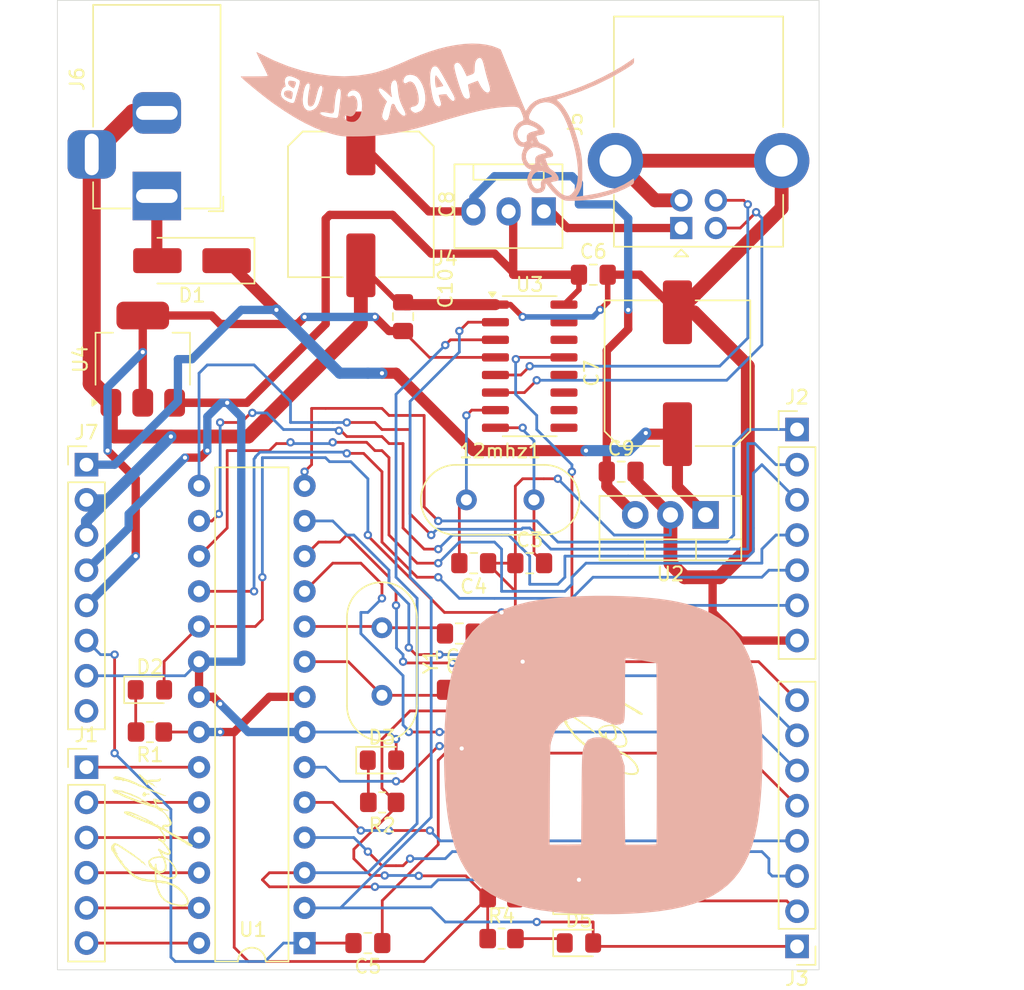
<source format=kicad_pcb>
(kicad_pcb (version 20240108) (generator "pcbnew") (generator_version "8.0")
  (layers (0 "F.Cu" signal) (31 "B.Cu" signal) (34 "B.Paste" user) (35 "F.Paste" user) (36 "B.SilkS" user "B.Silkscreen") (37 "F.SilkS" user "F.Silkscreen") (38 "B.Mask" user) (39 "F.Mask" user) (44 "Edge.Cuts" user))
  (net 0 "")
  (net 1 "Net-(U1-XTAL1{slash}PB6)")
  (net 2 "GND")
  (net 3 "Net-(U1-XTAL2{slash}PB7)")
  (net 4 "Net-(U3-XO)")
  (net 5 "Net-(U3-XI)")
  (net 6 "RST")
  (net 7 "Net-(U3-~{DTR})")
  (net 8 "VCC")
  (net 9 "VIN")
  (net 10 "5V")
  (net 11 "3.3V")
  (net 12 "Net-(D1-A)")
  (net 13 "D13")
  (net 14 "Net-(D2-K)")
  (net 15 "Net-(D3-K)")
  (net 16 "Net-(D4-K)")
  (net 17 "TXD")
  (net 18 "RXD")
  (net 19 "Net-(D5-K)")
  (net 20 "5VU")
  (net 21 "A5")
  (net 22 "A4")
  (net 23 "A1")
  (net 24 "A2")
  (net 25 "A0")
  (net 26 "A3")
  (net 27 "D8")
  (net 28 "D12")
  (net 29 "D9")
  (net 30 "D11")
  (net 31 "D10")
  (net 32 "D2")
  (net 33 "D6")
  (net 34 "D5")
  (net 35 "D7")
  (net 36 "D4")
  (net 37 "D3")
  (net 38 "Net-(J5-D-)")
  (net 39 "Net-(J5-D+)")
  (footprint "Connector_PinHeader_2.54mm:PinHeader_1x08_P2.54mm_Vertical" (layer "F.Cu") (at 17.93 81.463)
    (property "Reference" "J7")
    (property "Value" "Conn_01x08_Pin")
  )
  (footprint "LED_SMD:LED_0805_2012Metric_Pad1.15x1.40mm_HandSolder" (layer "F.Cu") (at 39.266 102.799)
    (property "Reference" "D3")
    (property "Value" "LED")
  )
  (footprint "Capacitor_SMD:C_Elec_10x10.2" (layer "F.Cu") (at 60.602 74.859 90)
    (property "Reference" "C7")
    (property "Value" "100uF")
  )
  (footprint "Crystal:Crystal_HC49-4H_Vertical" (layer "F.Cu") (at 39.266 93.237 -90)
    (property "Reference" "Y1")
    (property "Value" "Crystal")
  )
  (footprint "kilibimg:souptikSign" (layer "F.Cu") (at 55.322387 97.225474 90)
    (property "Reference" "G***" (hide yes))
    (property "Value" "LOGO" (hide yes))
  )
  (footprint "Resistor_SMD:R_0805_2012Metric_Pad1.20x1.40mm_HandSolder" (layer "F.Cu") (at 47.902 112.734)
    (property "Reference" "R3")
    (property "Value" "330R")
  )
  (footprint "Capacitor_SMD:C_0805_2012Metric_Pad1.18x1.45mm_HandSolder" (layer "F.Cu") (at 54.5275 67.747)
    (property "Reference" "C6")
    (property "Value" "100nF")
  )
  (footprint "LED_SMD:LED_0805_2012Metric_Pad1.15x1.40mm_HandSolder" (layer "F.Cu") (at 53.49 112.959)
    (property "Reference" "D4")
    (property "Value" "LED")
  )
  (footprint "Capacitor_SMD:C_0805_2012Metric_Pad1.18x1.45mm_HandSolder" (layer "F.Cu") (at 44.854 93.655 180)
    (property "Reference" "C2")
    (property "Value" "22pf")
  )
  (footprint "Package_DIP:DIP-28_W7.62mm" (layer "F.Cu") (at 33.678 116.007 180)
    (property "Reference" "U1")
    (property "Value" "ATmega328-P")
  )
  (footprint "LED_SMD:LED_0805_2012Metric_Pad1.15x1.40mm_HandSolder" (layer "F.Cu") (at 53.49 115.999)
    (property "Reference" "D5")
    (property "Value" "LED")
  )
  (footprint "Connector_PinHeader_2.54mm:PinHeader_1x06_P2.54mm_Vertical" (layer "F.Cu") (at 17.93 103.307)
    (property "Reference" "J1")
    (property "Value" "Conn_01x06_Pin")
  )
  (footprint "Capacitor_SMD:C_0805_2012Metric_Pad1.18x1.45mm_HandSolder" (layer "F.Cu") (at 44.854 97.719)
    (property "Reference" "C1")
    (property "Value" "22pf")
  )
  (footprint "LED_SMD:LED_0805_2012Metric_Pad1.15x1.40mm_HandSolder" (layer "F.Cu") (at 22.511 97.719)
    (property "Reference" "D2")
    (property "Value" "LED")
  )
  (footprint "Connector:FanPinHeader_1x03_P2.54mm_Vertical" (layer "F.Cu") (at 50.95 63.175 180)
    (property "Reference" "J4")
    (property "Value" "Conn_01x03_Pin")
  )
  (footprint "Package_SO:SOIC-16_3.9x9.9mm_P1.27mm" (layer "F.Cu") (at 49.934 74.351)
    (property "Reference" "U3")
    (property "Value" "CH340G")
  )
  (footprint "Connector_USB:USB_B_Lumberg_2411_02_Horizontal" (layer "F.Cu") (at 60.876 64.3745 90)
    (property "Reference" "J5")
    (property "Value" "USB_B")
  )
  (footprint "Capacitor_SMD:C_Elec_10x10.2" (layer "F.Cu") (at 37.742 62.667 -90)
    (property "Reference" "C8")
    (property "Value" "100uF")
  )
  (footprint "Connector_PinHeader_2.54mm:PinHeader_1x08_P2.54mm_Vertical" (layer "F.Cu") (at 69.238 116.246 180)
    (property "Reference" "J3")
    (property "Value" "Conn_01x08_Pin")
  )
  (footprint "Diode_SMD:D_SMA_Handsoldering" (layer "F.Cu") (at 25.55 66.731 180)
    (property "Reference" "D1")
    (property "Value" "IN4007")
  )
  (footprint "Crystal:Crystal_HC49-4H_Vertical" (layer "F.Cu") (at 45.362 84.003)
    (property "Reference" "12mhz1")
    (property "Value" "Crystal")
  )
  (footprint "Resistor_SMD:R_0805_2012Metric_Pad1.20x1.40mm_HandSolder" (layer "F.Cu") (at 39.282 105.847 180)
    (property "Reference" "R2")
    (property "Value" "330R")
  )
  (footprint "Resistor_SMD:R_0805_2012Metric_Pad1.20x1.40mm_HandSolder" (layer "F.Cu") (at 47.902 115.684)
    (property "Reference" "R4")
    (property "Value" "330R")
  )
  (footprint "Connector_BarrelJack:BarrelJack_Horizontal" (layer "F.Cu") (at 23.01 62.063 -90)
    (property "Reference" "J6")
    (property "Value" "Barrel_Jack_Switch")
  )
  (footprint "Package_TO_SOT_THT:TO-220-3_Vertical" (layer "F.Cu") (at 62.634 85.09 180)
    (property "Reference" "U2")
    (property "Value" "LM7805_TO220")
  )
  (footprint "kilibimg:souptikSign" (layer "F.Cu") (at 22.822387 106.725474 90)
    (property "Reference" "G***" (hide yes))
    (property "Value" "LOGO" (hide yes))
  )
  (footprint "Capacitor_SMD:C_0805_2012Metric_Pad1.18x1.45mm_HandSolder" (layer "F.Cu") (at 40.79 70.7735 90)
    (property "Reference" "C10")
    (property "Value" "100nF")
  )
  (footprint "Resistor_SMD:R_0805_2012Metric_Pad1.20x1.40mm_HandSolder" (layer "F.Cu") (at 22.511 100.767 180)
    (property "Reference" "R1")
    (property "Value" "330R")
  )
  (footprint "Capacitor_SMD:C_0805_2012Metric_Pad1.18x1.45mm_HandSolder" (layer "F.Cu") (at 38.25 116.007 180)
    (property "Reference" "C5")
    (property "Value" "100nF")
  )
  (footprint "Capacitor_SMD:C_0805_2012Metric_Pad1.18x1.45mm_HandSolder" (layer "F.Cu") (at 56.538 81.971)
    (property "Reference" "C9")
    (property "Value" "100nF")
  )
  (footprint "Package_TO_SOT_SMD:SOT-223-3_TabPin2" (layer "F.Cu") (at 21.994 73.843 90)
    (property "Reference" "U4")
    (property "Value" "AMS1117-3.3")
  )
  (footprint "Capacitor_SMD:C_0805_2012Metric_Pad1.18x1.45mm_HandSolder" (layer "F.Cu") (at 49.934 88.575)
    (property "Reference" "C3")
    (property "Value" "22pf")
  )
  (footprint "Capacitor_SMD:C_0805_2012Metric_Pad1.18x1.45mm_HandSolder" (layer "F.Cu") (at 45.8915 88.575 180)
    (property "Reference" "C4")
    (property "Value" "22pf")
  )
  (footprint "Connector_PinHeader_2.54mm:PinHeader_1x07_P2.54mm_Vertical" (layer "F.Cu") (at 69.238 78.923)
    (property "Reference" "J2")
    (property "Value" "Conn_01x07_Pin")
  )
  (footprint "kilibimg:Hackclub_logo" (layer "B.Cu") (at 55.244 102.427 180)
    (property "Reference" "G***" (hide yes))
    (property "Value" "LOGO" (hide yes))
  )
  (footprint "kilibimg:HackclubFlag" (layer "B.Cu") (at 43.244 56.677 180)
    (property "Reference" "G***" (hide yes))
    (property "Value" "LOGO" (hide yes))
  )
  (gr_rect (start 15.83 47.935) (end 70.83 117.935) (stroke (width 0.05)) (fill none) (layer "Edge.Cuts"))
  (segment (start 39.266 98.117) (end 43.4185 98.117) (width 0.2) (layer "F.Cu") (net 1))
  (segment (start 43.4185 98.117) (end 43.8165 97.719) (width 0.2) (layer "F.Cu") (net 1))
  (segment (start 36.836 95.687) (end 39.266 98.117) (width 0.2) (layer "F.Cu") (net 1))
  (segment (start 33.678 95.687) (end 36.836 95.687) (width 0.2) (layer "F.Cu") (net 1))
  (segment (start 29.614 79.431) (end 24.026 79.431) (width 1) (layer "F.Cu") (net 2))
  (segment (start 63.142 92.131) (end 63.142 89.591) (width 0.6) (layer "F.Cu") (net 2))
  (segment (start 46.902 115.684) (end 46.902 112.734) (width 0.2) (layer "F.Cu") (net 2))
  (segment (start 61.11 89.591) (end 60.094 88.575) (width 1) (layer "F.Cu") (net 2))
  (segment (start 60.602 70.459) (end 61.79 70.459) (width 1) (layer "F.Cu") (net 2))
  (segment (start 41.298 99.243) (end 45.87 99.243) (width 0.2) (layer "F.Cu") (net 2))
  (segment (start 37.742 67.067) (end 37.742 71.303) (width 1) (layer "F.Cu") (net 2))
  (segment (start 40.282 105.847) (end 39.266 104.831) (width 0.2) (layer "F.Cu") (net 2))
  (segment (start 48.8965 83.0085) (end 48.8965 88.575) (width 0.2) (layer "F.Cu") (net 2))
  (segment (start 45.319265 111.151265) (end 46.902 112.734) (width 0.2) (layer "F.Cu") (net 2))
  (segment (start 19.962 79.431) (end 19.694 79.163) (width 1) (layer "F.Cu") (net 2))
  (segment (start 57.5755 81.971) (end 57.5755 82.5715) (width 0.8) (layer "F.Cu") (net 2))
  (segment (start 69.238 94.163) (end 65.174 94.163) (width 0.6) (layer "F.Cu") (net 2))
  (segment (start 37.234 109.911) (end 37.234 109.235529) (width 0.2) (layer "F.Cu") (net 2))
  (segment (start 29.614 117.335) (end 28.598 116.319) (width 0.2) (layer "F.Cu") (net 2))
  (segment (start 48.8965 88.575) (end 48.8965 90.607) (width 0.2) (layer "F.Cu") (net 2))
  (segment (start 57.89 67.747) (end 60.602 70.459) (width 0.6) (layer "F.Cu") (net 2))
  (segment (start 56.126 59.5145) (end 68.126 59.5145) (width 1) (layer "F.Cu") (net 2))
  (segment (start 45.8915 93.655) (end 45.8915 97.719) (width 0.2) (layer "F.Cu") (net 2))
  (segment (start 57.5755 82.5715) (end 60.094 85.09) (width 0.8) (layer "F.Cu") (net 2))
  (segment (start 45.8915 99.2215) (end 45.8915 97.719) (width 0.2) (layer "F.Cu") (net 2))
  (segment (start 18.31 75.609) (end 19.694 76.993) (width 1.3) (layer "F.Cu") (net 2))
  (segment (start 50.95 82.479) (end 51.966 82.479) (width 0.2) (layer "F.Cu") (net 2))
  (segment (start 37.234 109.235529) (end 40.282 106.187529) (width 0.2) (layer "F.Cu") (net 2))
  (segment (start 42.301 117.335) (end 29.614 117.335) (width 0.2) (layer "F.Cu") (net 2))
  (segment (start 40.96 69.906) (end 40.79 69.736) (width 0.8) (layer "F.Cu") (net 2))
  (segment (start 61.79 70.459) (end 65.682 74.351) (width 1) (layer "F.Cu") (net 2))
  (segment (start 65.174 94.163) (end 63.142 92.131) (width 0.6) (layer "F.Cu") (net 2))
  (segment (start 48.8965 88.575) (end 46.929 88.575) (width 0.2) (layer "F.Cu") (net 2))
  (segment (start 37.742 71.303) (end 29.614 79.431) (width 1) (layer "F.Cu") (net 2))
  (segment (start 48.8965 90.607) (end 48.8965 91.985029) (width 0.2) (layer "F.Cu") (net 2))
  (segment (start 55.565 67.747) (end 55.565 69.736) (width 0.4) (layer "F.Cu") (net 2))
  (segment (start 47.459 69.906) (end 48.537 69.906) (width 0.4) (layer "F.Cu") (net 2))
  (segment (start 46.929 88.6395) (end 48.8965 90.607) (width 0.2) (layer "F.Cu") (net 2))
  (segment (start 31.138 98.227) (end 33.678 98.227) (width 0.6) (layer "F.Cu") (net 2))
  (segment (start 68.126 62.935) (end 60.602 70.459) (width 1) (layer "F.Cu") (net 2))
  (segment (start 47.459 69.906) (end 40.96 69.906) (width 0.8) (layer "F.Cu") (net 2))
  (segment (start 38.449108 111.126108) (end 37.234 109.911) (width 0.2) (layer "F.Cu") (net 2))
  (segment (start 27.582 100.767) (end 28.598 100.767) (width 0.6) (layer "F.Cu") (net 2))
  (segment (start 49.426 82.479) (end 48.8965 83.0085) (width 0.2) (layer "F.Cu") (net 2))
  (segment (start 40.282 106.187529) (end 40.282 105.847) (width 0.2) (layer "F.Cu") (net 2))
  (segment (start 39.266 104.831) (end 39.266 101.275) (width 0.2) (layer "F.Cu") (net 2))
  (segment (start 46.929 88.575) (end 46.929 88.6395) (width 0.2) (layer "F.Cu") (net 2))
  (segment (start 48.537 69.906) (end 49.426 70.795) (width 0.4) (layer "F.Cu") (net 2))
  (segment (start 39.266 101.275) (end 41.298 99.243) (width 0.2) (layer "F.Cu") (net 2))
  (segment (start 18.31 59.063) (end 18.31 75.609) (width 1.3) (layer "F.Cu") (net 2))
  (segment (start 45.87 99.243) (end 45.8915 99.2215) (width 0.2) (layer "F.Cu") (net 2))
  (segment (start 63.142 89.591) (end 61.11 89.591) (width 1) (layer "F.Cu") (net 2))
  (segment (start 21.31 56.063) (end 18.31 59.063) (width 1.3) (layer "F.Cu") (net 2))
  (segment (start 58.986 62.3745) (end 56.126 59.5145) (width 1) (layer "F.Cu") (net 2))
  (segment (start 68.126 59.5145) (end 68.126 62.935) (width 1) (layer "F.Cu") (net 2))
  (segment (start 28.598 100.767) (end 31.138 98.227) (width 0.6) (layer "F.Cu") (net 2))
  (segment (start 60.094 88.575) (end 60.094 85.09) (width 1) (layer "F.Cu") (net 2))
  (segment (start 47.226529 93.655) (end 45.8915 93.655) (width 0.2) (layer "F.Cu") (net 2))
  (segment (start 48.8965 91.985029) (end 47.226529 93.655) (width 0.2) (layer "F.Cu") (net 2))
  (segment (start 37.742 67.067) (end 40.411 69.736) (width 0.4) (layer "F.Cu") (net 2))
  (segment (start 60.876 62.3745) (end 58.986 62.3745) (width 1) (layer "F.Cu") (net 2))
  (segment (start 40.411 69.736) (end 40.79 69.736) (width 0.4) (layer "F.Cu") (net 2))
  (segment (start 41.922265 111.151265) (end 45.319265 111.151265) (width 0.2) (layer "F.Cu") (net 2))
  (segment (start 28.598 116.319) (end 28.598 100.767) (width 0.2) (layer "F.Cu") (net 2))
  (segment (start 23.511 100.767) (end 26.058 100.767) (width 0.2) (layer "F.Cu") (net 2))
  (segment (start 39.465108 111.126108) (end 38.449108 111.126108) (width 0.2) (layer "F.Cu") (net 2))
  (segment (start 65.682 74.351) (end 65.682 87.559) (width 1) (layer "F.Cu") (net 2))
  (segment (start 65.682 87.559) (end 63.65 89.591) (width 1) (layer "F.Cu") (net 2))
  (segment (start 55.565 67.747) (end 57.89 67.747) (width 0.6) (layer "F.Cu") (net 2))
  (segment (start 46.902 112.734) (end 42.301 117.335) (width 0.2) (layer "F.Cu") (net 2))
  (segment (start 23.01 56.063) (end 21.31 56.063) (width 1.3) (layer "F.Cu") (net 2))
  (segment (start 63.65 89.591) (end 63.142 89.591) (width 1) (layer "F.Cu") (net 2))
  (segment (start 49.426 82.479) (end 50.95 82.479) (width 0.2) (layer "F.Cu") (net 2))
  (segment (start 55.565 69.736) (end 55.014 70.287) (width 0.4) (layer "F.Cu") (net 2))
  (segment (start 24.026 79.431) (end 19.962 79.431) (width 1) (layer "F.Cu") (net 2))
  (segment (start 19.694 79.163) (end 19.694 76.993) (width 1) (layer "F.Cu") (net 2))
  (via (at 27.582 100.767) (size 0.6) (drill 0.3) (layers "F.Cu" "B.Cu") (net 2))
  (via (at 41.922265 111.151265) (size 0.6) (drill 0.3) (layers "F.Cu" "B.Cu") (net 2))
  (via (at 39.465108 111.126108) (size 0.6) (drill 0.3) (layers "F.Cu" "B.Cu") (net 2))
  (via (at 51.966 82.479) (size 0.6) (drill 0.3) (layers "F.Cu" "B.Cu") (net 2))
  (via (at 55.014 70.287) (size 0.6) (drill 0.3) (layers "F.Cu" "B.Cu") (net 2))
  (via (at 49.426 70.795) (size 0.6) (drill 0.3) (layers "F.Cu" "B.Cu") (net 2))
  (via (at 24.026 79.431) (size 0.6) (drill 0.3) (layers "F.Cu" "B.Cu") (net 2))
  (segment (start 19.454 84.003) (end 21.232 82.225) (width 0.8) (layer "B.Cu") (net 2))
  (segment (start 21.232 82.225) (end 17.93 85.527) (width 0.8) (layer "B.Cu") (net 2))
  (segment (start 39.556216 111.035) (end 39.465108 111.126108) (width 0.2) (layer "B.Cu") (net 2))
  (segment (start 17.93 84.003) (end 19.454 84.003) (width 0.8) (layer "B.Cu") (net 2))
  (segment (start 54.506 70.795) (end 49.426 70.795) (width 0.4) (layer "B.Cu") (net 2))
  (segment (start 60.094 86.543) (end 60.094 85.09) (width 0.2) (layer "B.Cu") (net 2))
  (segment (start 55.014 70.287) (end 54.506 70.795) (width 0.4) (layer "B.Cu") (net 2))
  (segment (start 27.582 100.767) (end 26.058 100.767) (width 0.6) (layer "B.Cu") (net 2))
  (segment (start 41.922265 111.151265) (end 41.897108 111.126108) (width 0.2) (layer "B.Cu") (net 2))
  (segment (start 17.93 85.527) (end 17.93 86.543) (width 0.8) (layer "B.Cu") (net 2))
  (segment (start 41.922265 111.151265) (end 41.806 111.035) (width 0.2) (layer "B.Cu") (net 2))
  (segment (start 21.232 82.225) (end 24.026 79.431) (width 0.8) (layer "B.Cu") (net 2))
  (segment (start 51.966 82.479) (end 56.03 86.543) (width 0.2) (layer "B.Cu") (net 2))
  (segment (start 41.897108 111.126108) (end 39.465108 111.126108) (width 0.2) (layer "B.Cu") (net 2))
  (segment (start 56.03 86.543) (end 60.094 86.543) (width 0.2) (layer "B.Cu") (net 2))
  (segment (start 39.266 93.237) (end 43.3985 93.237) (width 0.2) (layer "F.Cu") (net 3))
  (segment (start 43.3985 93.237) (end 43.8165 93.655) (width 0.2) (layer "F.Cu") (net 3))
  (segment (start 39.176 93.147) (end 39.266 93.237) (width 0.2) (layer "F.Cu") (net 3))
  (segment (start 33.678 93.147) (end 39.176 93.147) (width 0.2) (layer "F.Cu") (net 3))
  (segment (start 50.242 84.003) (end 50.242 87.8455) (width 0.2) (layer "F.Cu") (net 4))
  (segment (start 49.426 78.796) (end 47.459 78.796) (width 0.2) (layer "F.Cu") (net 4))
  (segment (start 50.242 87.8455) (end 50.9715 88.575) (width 0.2) (layer "F.Cu") (net 4))
  (via (at 49.426 78.796) (size 0.6) (drill 0.3) (layers "F.Cu" "B.Cu") (net 4))
  (segment (start 50.242 79.739) (end 50.242 84.003) (width 0.2) (layer "B.Cu") (net 4))
  (segment (start 49.426 78.796) (end 49.426 78.923) (width 0.2) (layer "B.Cu") (net 4))
  (segment (start 49.426 78.923) (end 50.242 79.739) (width 0.2) (layer "B.Cu") (net 4))
  (segment (start 45.743 77.526) (end 45.362 77.907) (width 0.2) (layer "F.Cu") (net 5))
  (segment (start 44.854 88.575) (end 44.854 84.511) (width 0.2) (layer "F.Cu") (net 5))
  (segment (start 44.854 84.511) (end 45.362 84.003) (width 0.2) (layer "F.Cu") (net 5))
  (segment (start 47.459 77.526) (end 45.743 77.526) (width 0.2) (layer "F.Cu") (net 5))
  (via (at 45.362 77.907) (size 0.6) (drill 0.3) (layers "F.Cu" "B.Cu") (net 5))
  (segment (start 45.362 77.907) (end 45.362 84.003) (width 0.2) (layer "B.Cu") (net 5))
  (segment (start 33.678 116.007) (end 37.2125 116.007) (width 0.2) (layer "F.Cu") (net 6))
  (segment (start 19.962 95.179) (end 19.962 102.291) (width 0.2) (layer "F.Cu") (net 6))
  (via (at 19.962 102.291) (size 0.6) (drill 0.3) (layers "F.Cu" "B.Cu") (net 6))
  (via (at 19.962 95.179) (size 0.6) (drill 0.3) (layers "F.Cu" "B.Cu") (net 6))
  (segment (start 24.026 106.355) (end 24.026 117.023) (width 0.2) (layer "B.Cu") (net 6))
  (segment (start 18.946 95.179) (end 19.962 95.179) (width 0.2) (layer "B.Cu") (net 6))
  (segment (start 30.826 117.335) (end 32.154 116.007) (width 0.2) (layer "B.Cu") (net 6))
  (segment (start 24.338 117.335) (end 30.826 117.335) (width 0.2) (layer "B.Cu") (net 6))
  (segment (start 19.962 102.291) (end 24.026 106.355) (width 0.2) (layer "B.Cu") (net 6))
  (segment (start 32.154 116.007) (end 33.678 116.007) (width 0.2) (layer "B.Cu") (net 6))
  (segment (start 24.026 117.023) (end 24.338 117.335) (width 0.2) (layer "B.Cu") (net 6))
  (segment (start 17.93 94.163) (end 18.946 95.179) (width 0.2) (layer "B.Cu") (net 6))
  (segment (start 52.474 92.131) (end 52.982 91.623) (width 0.2) (layer "F.Cu") (net 7))
  (segment (start 46.886 99.243) (end 47.394 98.735) (width 0.2) (layer "F.Cu") (net 7))
  (segment (start 47.394 96.195) (end 51.458 92.131) (width 0.2) (layer "F.Cu") (net 7))
  (segment (start 52.982 91.623) (end 52.982 81.971) (width 0.2) (layer "F.Cu") (net 7))
  (segment (start 43.33 102.799) (end 46.886 99.243) (width 0.2) (layer "F.Cu") (net 7))
  (segment (start 51.458 92.131) (end 52.474 92.131) (width 0.2) (layer "F.Cu") (net 7))
  (segment (start 39.2875 112.9375) (end 43.33 108.895) (width 0.2) (layer "F.Cu") (net 7))
  (segment (start 47.394 98.735) (end 47.394 96.195) (width 0.2) (layer "F.Cu") (net 7))
  (segment (start 39.2875 116.007) (end 39.2875 112.9375) (width 0.2) (layer "F.Cu") (net 7))
  (segment (start 43.33 108.895) (end 43.33 102.799) (width 0.2) (layer "F.Cu") (net 7))
  (segment (start 52.409 73.716) (end 49.061 73.716) (width 0.2) (layer "F.Cu") (net 7))
  (segment (start 49.061 73.716) (end 48.934 73.843) (width 0.2) (layer "F.Cu") (net 7))
  (via (at 48.934 73.843) (size 0.6) (drill 0.3) (layers "F.Cu" "B.Cu") (net 7))
  (via (at 52.982 81.971) (size 0.6) (drill 0.3) (layers "F.Cu" "B.Cu") (net 7))
  (segment (start 50.442 78.923) (end 50.442 77.907) (width 0.2) (layer "B.Cu") (net 7))
  (segment (start 50.442 77.907) (end 48.918 76.383) (width 0.2) (layer "B.Cu") (net 7))
  (segment (start 48.918 76.383) (end 48.918 73.843) (width 0.2) (layer "B.Cu") (net 7))
  (segment (start 48.918 73.843) (end 48.934 73.843) (width 0.2) (layer "B.Cu") (net 7))
  (segment (start 52.982 81.971) (end 52.982 81.463) (width 0.2) (layer "B.Cu") (net 7))
  (segment (start 52.982 81.463) (end 50.442 78.923) (width 0.2) (layer "B.Cu") (net 7))
  (segment (start 40.291 102.799) (end 40.291 101.284) (width 0.2) (layer "F.Cu") (net 8))
  (segment (start 48.7426 63.5076) (end 48.7426 67.747) (width 0.6) (layer "F.Cu") (net 8))
  (segment (start 29.512 76.993) (end 35.202 71.303) (width 0.6) (layer "F.Cu") (net 8))
  (segment (start 35.494 63.427) (end 40.026 63.427) (width 0.6) (layer "F.Cu") (net 8))
  (segment (start 53.49 68.825) (end 53.49 67.747) (width 0.4) (layer "F.Cu") (net 8))
  (segment (start 35.202 63.719) (end 35.494 63.427) (width 0.6) (layer "F.Cu") (net 8))
  (segment (start 28.09 76.993) (end 24.294 76.993) (width 0.6) (layer "F.Cu") (net 8))
  (segment (start 52.409 69.906) (end 53.49 68.825) (width 0.4) (layer "F.Cu") (net 8))
  (segment (start 40.026 63.427) (end 42.822 66.223) (width 0.6) (layer "F.Cu") (net 8))
  (segment (start 26.058 98.227) (end 27.074 98.227) (width 0.6) (layer "F.Cu") (net 8))
  (segment (start 40.291 101.284) (end 40.282 101.275) (width 0.2) (layer "F.Cu") (net 8))
  (segment (start 26.058 95.687) (end 26.058 98.227) (width 0.6) (layer "F.Cu") (net 8))
  (segment (start 48.918 67.747) (end 53.49 67.747) (width 0.6) (layer "F.Cu") (net 8))
  (segment (start 26.15 80.955) (end 26.658 80.447) (width 0.6) (layer "F.Cu") (net 8))
  (segment (start 35.202 71.303) (end 35.202 63.719) (width 0.6) (layer "F.Cu") (net 8))
  (segment (start 27.074 98.227) (end 27.582 98.735) (width 0.6) (layer "F.Cu") (net 8))
  (segment (start 42.822 66.223) (end 47.394 66.223) (width 0.6) (layer "F.Cu") (net 8))
  (segment (start 24.294 76.993) (end 29.512 76.993) (width 0.6) (layer "F.Cu") (net 8))
  (segment (start 47.394 66.223) (end 48.918 67.747) (width 0.6) (layer "F.Cu") (net 8))
  (segment (start 25.042 80.955) (end 26.15 80.955) (width 0.6) (layer "F.Cu") (net 8))
  (segment (start 48.7426 67.747) (end 53.49 67.747) (width 0.6) (layer "F.Cu") (net 8))
  (segment (start 48.41 63.175) (end 48.7426 63.5076) (width 0.6) (layer "F.Cu") (net 8))
  (via (at 40.282 101.275) (size 0.6) (drill 0.3) (layers "F.Cu" "B.Cu") (net 8))
  (via (at 27.582 98.735) (size 0.6) (drill 0.3) (layers "F.Cu" "B.Cu") (net 8))
  (via (at 26.658 80.447) (size 0.6) (drill 0.3) (layers "F.Cu" "B.Cu") (net 8))
  (via (at 28.09 76.993) (size 0.6) (drill 0.3) (layers "F.Cu" "B.Cu") (net 8))
  (via (at 25.042 80.955) (size 0.6) (drill 0.3) (layers "F.Cu" "B.Cu") (net 8))
  (segment (start 25.042 96.703) (end 26.058 95.687) (width 0.2) (layer "B.Cu") (net 8))
  (segment (start 26.658 77.999) (end 27.664 76.993) (width 0.6) (layer "B.Cu") (net 8))
  (segment (start 39.774 100.767) (end 33.678 100.767) (width 0.2) (layer "B.Cu") (net 8))
  (segment (start 27.664 76.993) (end 28.09 76.993) (width 0.6) (layer "B.Cu") (net 8))
  (segment (start 20.978 85.019) (end 20.978 86.035) (width 0.6) (layer "B.Cu") (net 8))
  (segment (start 25.042 80.955) (end 20.978 85.019) (width 0.6) (layer "B.Cu") (net 8))
  (segment (start 29.614 100.767) (end 33.678 100.767) (width 0.6) (layer "B.Cu") (net 8))
  (segment (start 28.09 76.993) (end 29.106 78.009) (width 0.6) (layer "B.Cu") (net 8))
  (segment (start 29.106 95.687) (end 26.058 95.687) (width 0.6) (layer "B.Cu") (net 8))
  (segment (start 29.106 78.009) (end 29.106 95.687) (width 0.6) (layer "B.Cu") (net 8))
  (segment (start 27.582 98.735) (end 29.614 100.767) (width 0.6) (layer "B.Cu") (net 8))
  (segment (start 26.658 80.447) (end 26.658 77.999) (width 0.6) (layer "B.Cu") (net 8))
  (segment (start 17.93 96.703) (end 25.042 96.703) (width 0.2) (layer "B.Cu") (net 8))
  (segment (start 20.978 86.035) (end 17.93 89.083) (width 0.6) (layer "B.Cu") (net 8))
  (segment (start 40.282 101.275) (end 39.774 100.767) (width 0.2) (layer "B.Cu") (net 8))
  (segment (start 58.398 79.259) (end 60.602 79.259) (width 0.8) (layer "F.Cu") (net 9))
  (segment (start 60.602 79.259) (end 60.602 83.058) (width 0.8) (layer "F.Cu") (net 9))
  (segment (start 45.87 80.447) (end 53.998 80.447) (width 0.8) (layer "F.Cu") (net 9))
  (segment (start 39.266 74.859) (end 40.282 74.859) (width 0.8) (layer "F.Cu") (net 9))
  (segment (start 58.316 79.177) (end 58.398 79.259) (width 0.2) (layer "F.Cu") (net 9))
  (segment (start 28.05 66.731) (end 31.606 70.287) (width 0.8) (layer "F.Cu") (net 9))
  (segment (start 31.606 70.287) (end 31.646 70.287) (width 0.8) (layer "F.Cu") (net 9))
  (segment (start 60.602 83.058) (end 62.634 85.09) (width 0.8) (layer "F.Cu") (net 9))
  (segment (start 40.282 74.859) (end 45.87 80.447) (width 0.8) (layer "F.Cu") (net 9))
  (via (at 58.316 79.177) (size 0.6) (drill 0.3) (layers "F.Cu" "B.Cu") (net 9))
  (via (at 53.998 80.447) (size 0.6) (drill 0.3) (layers "F.Cu" "B.Cu") (net 9))
  (via (at 31.646 70.287) (size 0.6) (drill 0.3) (layers "F.Cu" "B.Cu") (net 9))
  (via (at 39.266 74.859) (size 0.6) (drill 0.3) (layers "F.Cu" "B.Cu") (net 9))
  (segment (start 57.046 80.447) (end 53.998 80.447) (width 0.8) (layer "B.Cu") (net 9))
  (segment (start 25.55 73.843) (end 29.106 70.287) (width 0.6) (layer "B.Cu") (net 9))
  (segment (start 31.646 70.287) (end 36.218 74.859) (width 0.8) (layer "B.Cu") (net 9))
  (segment (start 58.316 79.177) (end 57.046 80.447) (width 0.8) (layer "B.Cu") (net 9))
  (segment (start 19.962 81.463) (end 24.534 76.891) (width 0.6) (layer "B.Cu") (net 9))
  (segment (start 29.106 70.287) (end 31.646 70.287) (width 0.6) (layer "B.Cu") (net 9))
  (segment (start 17.93 81.463) (end 19.962 81.463) (width 0.6) (layer "B.Cu") (net 9))
  (segment (start 38.25 74.859) (end 39.266 74.859) (width 0.8) (layer "B.Cu") (net 9))
  (segment (start 24.534 73.843) (end 25.55 73.843) (width 0.6) (layer "B.Cu") (net 9))
  (segment (start 24.534 76.891) (end 24.534 73.843) (width 0.6) (layer "B.Cu") (net 9))
  (segment (start 36.218 74.859) (end 38.25 74.859) (width 0.8) (layer "B.Cu") (net 9))
  (segment (start 57.046 71.676) (end 57.046 70.287) (width 0.6) (layer "F.Cu") (net 10))
  (segment (start 55.5005 83.0365) (end 55.5005 81.971) (width 0.8) (layer "F.Cu") (net 10))
  (segment (start 55.5005 73.2215) (end 57.046 71.676) (width 0.6) (layer "F.Cu") (net 10))
  (segment (start 57.554 85.09) (end 55.5005 83.0365) (width 0.8) (layer "F.Cu") (net 10))
  (segment (start 42.65 63.175) (end 37.742 58.267) (width 0.6) (layer "F.Cu") (net 10))
  (segment (start 55.5005 81.971) (end 55.5005 73.2215) (width 0.6) (layer "F.Cu") (net 10))
  (segment (start 45.87 63.175) (end 42.65 63.175) (width 0.6) (layer "F.Cu") (net 10))
  (via (at 57.046 70.287) (size 0.6) (drill 0.3) (layers "F.Cu" "B.Cu") (net 10))
  (segment (start 45.87 62.159) (end 45.87 63.175) (width 0.6) (layer "B.Cu") (net 10))
  (segment (start 53.49 61.143) (end 52.982 60.635) (width 0.6) (layer "B.Cu") (net 10))
  (segment (start 57.046 63.683) (end 57.041808 63.683) (width 0.6) (layer "B.Cu") (net 10))
  (segment (start 52.982 60.635) (end 47.394 60.635) (width 0.6) (layer "B.Cu") (net 10))
  (segment (start 56.025808 62.667) (end 53.49 62.667) (width 0.6) (layer "B.Cu") (net 10))
  (segment (start 57.041808 63.683) (end 56.025808 62.667) (width 0.6) (layer "B.Cu") (net 10))
  (segment (start 47.394 60.635) (end 45.87 62.159) (width 0.6) (layer "B.Cu") (net 10))
  (segment (start 53.49 62.667) (end 53.49 61.143) (width 0.6) (layer "B.Cu") (net 10))
  (segment (start 57.046 70.287) (end 57.046 63.683) (width 0.6) (layer "B.Cu") (net 10))
  (segment (start 21.486 82.479) (end 21.486 88.067) (width 0.6) (layer "F.Cu") (net 11))
  (segment (start 21.994 73.335) (end 21.994 70.693) (width 0.6) (layer "F.Cu") (net 11))
  (segment (start 21.994 76.993) (end 21.994 73.335) (width 0.6) (layer "F.Cu") (net 11))
  (segment (start 27.582 71.303) (end 33.17 71.303) (width 0.6) (layer "F.Cu") (net 11))
  (segment (start 42.695 73.716) (end 40.79 71.811) (width 0.2) (layer "F.Cu") (net 11))
  (segment (start 21.994 70.693) (end 26.972 70.693) (width 0.6) (layer "F.Cu") (net 11))
  (segment (start 38.758 70.795) (end 39.774 71.811) (width 0.6) (layer "F.Cu") (net 11))
  (segment (start 39.774 71.811) (end 40.79 71.811) (width 0.6) (layer "F.Cu") (net 11))
  (segment (start 26.972 70.693) (end 27.582 71.303) (width 0.6) (layer "F.Cu") (net 11))
  (segment (start 33.17 71.303) (end 33.678 70.795) (width 0.6) (layer "F.Cu") (net 11))
  (segment (start 19.454 80.447) (end 21.486 82.479) (width 0.6) (layer "F.Cu") (net 11))
  (segment (start 47.459 73.716) (end 42.695 73.716) (width 0.2) (layer "F.Cu") (net 11))
  (via (at 19.454 80.447) (size 0.6) (drill 0.3) (layers "F.Cu" "B.Cu") (net 11))
  (via (at 21.486 88.067) (size 0.6) (drill 0.3) (layers "F.Cu" "B.Cu") (net 11))
  (via (at 21.994 73.335) (size 0.6) (drill 0.3) (layers "F.Cu" "B.Cu") (net 11))
  (via (at 33.678 70.795) (size 0.6) (drill 0.3) (layers "F.Cu" "B.Cu") (net 11))
  (via (at 38.758 70.795) (size 0.6) (drill 0.3) (layers "F.Cu" "B.Cu") (net 11))
  (segment (start 19.454 80.447) (end 19.454 75.875) (width 0.6) (layer "B.Cu") (net 11))
  (segment (start 17.93 91.623) (end 21.486 88.067) (width 0.6) (layer "B.Cu") (net 11))
  (segment (start 33.678 70.795) (end 38.758 70.795) (width 0.6) (layer "B.Cu") (net 11))
  (segment (start 19.454 75.875) (end 21.994 73.335) (width 0.6) (layer "B.Cu") (net 11))
  (segment (start 23.01 62.063) (end 23.01 66.691) (width 0.8) (layer "F.Cu") (net 12))
  (segment (start 23.01 66.691) (end 23.05 66.731) (width 0.8) (layer "F.Cu") (net 12))
  (segment (start 23.536 95.669) (end 26.058 93.147) (width 0.2) (layer "F.Cu") (net 13))
  (segment (start 30.63 92.639) (end 30.63 89.591) (width 0.2) (layer "F.Cu") (net 13))
  (segment (start 43.780314 92.131) (end 47.902 92.131) (width 0.2) (layer "F.Cu") (net 13))
  (segment (start 30.122 93.147) (end 30.63 92.639) (width 0.2) (layer "F.Cu") (net 13))
  (segment (start 38.25 86.543) (end 38.25 86.600686) (width 0.2) (layer "F.Cu") (net 13))
  (segment (start 23.536 97.719) (end 23.536 95.669) (width 0.2) (layer "F.Cu") (net 13))
  (segment (start 38.25 86.600686) (end 43.780314 92.131) (width 0.2) (layer "F.Cu") (net 13))
  (segment (start 26.058 93.147) (end 30.122 93.147) (width 0.2) (layer "F.Cu") (net 13))
  (via (at 30.63 89.591) (size 0.6) (drill 0.3) (layers "F.Cu" "B.Cu") (net 13))
  (via (at 38.25 86.543) (size 0.6) (drill 0.3) (layers "F.Cu" "B.Cu") (net 13))
  (via (at 47.902 92.131) (size 0.6) (drill 0.3) (layers "F.Cu" "B.Cu") (net 13))
  (segment (start 30.63 80.955) (end 30.63 89.591) (width 0.2) (layer "B.Cu") (net 13))
  (segment (start 54.506 91.623) (end 69.238 91.623) (width 0.2) (layer "B.Cu") (net 13))
  (segment (start 38.25 86.543) (end 38.25 82.479) (width 0.2) (layer "B.Cu") (net 13))
  (segment (start 47.902 92.131) (end 53.998 92.131) (width 0.2) (layer "B.Cu") (net 13))
  (segment (start 37.018003 81.247003) (end 35.477737 81.247003) (width 0.2) (layer "B.Cu") (net 13))
  (segment (start 35.185734 80.955) (end 30.63 80.955) (width 0.2) (layer "B.Cu") (net 13))
  (segment (start 38.25 82.479) (end 37.018003 81.247003) (width 0.2) (layer "B.Cu") (net 13))
  (segment (start 53.998 92.131) (end 54.506 91.623) (width 0.2) (layer "B.Cu") (net 13))
  (segment (start 35.477737 81.247003) (end 35.185734 80.955) (width 0.2) (layer "B.Cu") (net 13))
  (segment (start 21.486 97.719) (end 21.486 100.742) (width 0.2) (layer "F.Cu") (net 14))
  (segment (start 21.486 100.742) (end 21.511 100.767) (width 0.2) (layer "F.Cu") (net 14))
  (segment (start 38.282 102.84) (end 38.241 102.799) (width 0.2) (layer "F.Cu") (net 15))
  (segment (start 38.282 105.847) (end 38.282 102.84) (width 0.2) (layer "F.Cu") (net 15))
  (segment (start 52.24 112.734) (end 52.465 112.959) (width 0.2) (layer "F.Cu") (net 16))
  (segment (start 48.902 112.734) (end 52.24 112.734) (width 0.2) (layer "F.Cu") (net 16))
  (segment (start 31.138 110.927) (end 30.63 111.435) (width 0.2) (layer "F.Cu") (net 17))
  (segment (start 68.491 112.959) (end 69.238 113.706) (width 0.2) (layer "F.Cu") (net 17))
  (segment (start 30.63 111.435) (end 31.138 111.943) (width 0.2) (layer "F.Cu") (net 17))
  (segment (start 31.138 111.943) (end 38.758 111.943) (width 0.2) (layer "F.Cu") (net 17))
  (segment (start 54.515 112.46) (end 53.49 111.435) (width 0.2) (layer "F.Cu") (net 17))
  (segment (start 54.515 112.959) (end 54.515 112.46) (width 0.2) (layer "F.Cu") (net 17))
  (segment (start 54.515 112.959) (end 68.491 112.959) (width 0.2) (layer "F.Cu") (net 17))
  (segment (start 33.678 110.927) (end 31.138 110.927) (width 0.2) (layer "F.Cu") (net 17))
  (segment (start 44.219 72.446) (end 43.838 72.827) (width 0.2) (layer "F.Cu") (net 17))
  (segment (start 47.459 72.446) (end 44.219 72.446) (width 0.2) (layer "F.Cu") (net 17))
  (via (at 53.49 111.435) (size 0.6) (drill 0.3) (layers "F.Cu" "B.Cu") (net 17))
  (via (at 43.838 72.827) (size 0.6) (drill 0.3) (layers "F.Cu" "B.Cu") (net 17))
  (via (at 38.758 111.943) (size 0.6) (drill 0.3) (layers "F.Cu" "B.Cu") (net 17))
  (segment (start 43.33 111.435) (end 53.49 111.435) (width 0.2) (layer "B.Cu") (net 17))
  (segment (start 40.282 89.591) (end 41.806 91.115) (width 0.2) (layer "B.Cu") (net 17))
  (segment (start 41.806 107.371) (end 38.25 110.927) (width 0.2) (layer "B.Cu") (net 17))
  (segment (start 40.282 76.383) (end 40.282 89.591) (width 0.2) (layer "B.Cu") (net 17))
  (segment (start 38.758 111.943) (end 42.822 111.943) (width 0.2) (layer "B.Cu") (net 17))
  (segment (start 43.838 72.827) (end 40.282 76.383) (width 0.2) (layer "B.Cu") (net 17))
  (segment (start 38.25 110.927) (end 33.678 110.927) (width 0.2) (layer "B.Cu") (net 17))
  (segment (start 42.822 111.943) (end 43.33 111.435) (width 0.2) (layer "B.Cu") (net 17))
  (segment (start 41.806 91.115) (end 41.806 107.371) (width 0.2) (layer "B.Cu") (net 17))
  (segment (start 54.762 116.246) (end 54.515 115.999) (width 0.2) (layer "F.Cu") (net 18))
  (segment (start 50.442 114.483) (end 54.506 114.483) (width 0.2) (layer "F.Cu") (net 18))
  (segment (start 54.506 114.483) (end 54.515 114.492) (width 0.2) (layer "F.Cu") (net 18))
  (segment (start 45.489 71.176) (end 44.854 71.811) (width 0.2) (layer "F.Cu") (net 18))
  (segment (start 69.238 116.246) (end 54.762 116.246) (width 0.2) (layer "F.Cu") (net 18))
  (segment (start 47.459 71.176) (end 45.489 71.176) (width 0.2) (layer "F.Cu") (net 18))
  (segment (start 54.515 114.492) (end 54.515 115.999) (width 0.2) (layer "F.Cu") (net 18))
  (via (at 44.854 71.811) (size 0.6) (drill 0.3) (layers "F.Cu" "B.Cu") (net 18))
  (via (at 50.442 114.483) (size 0.6) (drill 0.3) (layers "F.Cu" "B.Cu") (net 18))
  (segment (start 42.822 113.467) (end 36.275686 113.467) (width 0.2) (layer "B.Cu") (net 18))
  (segment (start 42.822 91.115) (end 41.298 89.591) (width 0.2) (layer "B.Cu") (net 18))
  (segment (start 44.854 73.335) (end 44.854 71.811) (width 0.2) (layer "B.Cu") (net 18))
  (segment (start 36.275686 113.467) (end 42.822 106.920686) (width 0.2) (layer "B.Cu") (net 18))
  (segment (start 43.838 114.483) (end 42.822 113.467) (width 0.2) (layer "B.Cu") (net 18))
  (segment (start 41.298 89.591) (end 41.298 76.891) (width 0.2) (layer "B.Cu") (net 18))
  (segment (start 33.678 113.467) (end 36.275686 113.467) (width 0.2) (layer "B.Cu") (net 18))
  (segment (start 42.822 106.920686) (end 42.822 91.115) (width 0.2) (layer "B.Cu") (net 18))
  (segment (start 50.442 114.483) (end 43.838 114.483) (width 0.2) (layer "B.Cu") (net 18))
  (segment (start 41.298 76.891) (end 44.854 73.335) (width 0.2) (layer "B.Cu") (net 18))
  (segment (start 52.15 115.684) (end 52.465 115.999) (width 0.2) (layer "F.Cu") (net 19))
  (segment (start 48.902 115.684) (end 52.15 115.684) (width 0.2) (layer "F.Cu") (net 19))
  (segment (start 50.95 63.175) (end 51.458 63.175) (width 0.6) (layer "F.Cu") (net 20))
  (segment (start 51.458 63.175) (end 52.6575 64.3745) (width 0.6) (layer "F.Cu") (net 20))
  (segment (start 52.6575 64.3745) (end 60.876 64.3745) (width 0.6) (layer "F.Cu") (net 20))
  (segment (start 17.93 116.007) (end 26.058 116.007) (width 0.2) (layer "F.Cu") (net 21))
  (segment (start 26.058 113.467) (end 17.93 113.467) (width 0.2) (layer "F.Cu") (net 22))
  (segment (start 17.93 105.847) (end 26.058 105.847) (width 0.2) (layer "F.Cu") (net 23))
  (segment (start 26.058 108.387) (end 17.93 108.387) (width 0.2) (layer "F.Cu") (net 24))
  (segment (start 17.93 103.307) (end 26.058 103.307) (width 0.2) (layer "F.Cu") (net 25))
  (segment (start 17.93 110.927) (end 26.058 110.927) (width 0.2) (layer "F.Cu") (net 26))
  (segment (start 34.186 77.399) (end 35.202 77.399) (width 0.2) (layer "F.Cu") (net 27))
  (segment (start 33.678 81.971) (end 34.186 81.463) (width 0.2) (layer "F.Cu") (net 27))
  (segment (start 42.314 77.907) (end 39.774 77.907) (width 0.2) (layer "F.Cu") (net 27))
  (segment (start 39.774 77.907) (end 39.266 77.399) (width 0.2) (layer "F.Cu") (net 27))
  (segment (start 43.33 85.527) (end 42.314 84.511) (width 0.2) (layer "F.Cu") (net 27))
  (segment (start 42.314 84.511) (end 42.314 77.907) (width 0.2) (layer "F.Cu") (net 27))
  (segment (start 39.266 77.399) (end 35.202 77.399) (width 0.2) (layer "F.Cu") (net 27))
  (segment (start 34.186 81.463) (end 34.186 77.399) (width 0.2) (layer "F.Cu") (net 27))
  (via (at 33.678 81.971) (size 0.6) (drill 0.3) (layers "F.Cu" "B.Cu") (net 27))
  (via (at 43.33 85.527) (size 0.6) (drill 0.3) (layers "F.Cu" "B.Cu") (net 27))
  (segment (start 51.966 87.051) (end 50.442 85.527) (width 0.2) (layer "B.Cu") (net 27))
  (segment (start 64.158 87.051) (end 51.966 87.051) (width 0.2) (layer "B.Cu") (net 27))
  (segment (start 64.666 86.543) (end 64.158 87.051) (width 0.2) (layer "B.Cu") (net 27))
  (segment (start 65.682 78.923) (end 64.666 79.939) (width 0.2) (layer "B.Cu") (net 27))
  (segment (start 33.678 82.987) (end 33.678 81.971) (width 0.2) (layer "B.Cu") (net 27))
  (segment (start 69.238 78.923) (end 65.682 78.923) (width 0.2) (layer "B.Cu") (net 27))
  (segment (start 50.442 85.527) (end 43.33 85.527) (width 0.2) (layer "B.Cu") (net 27))
  (segment (start 64.666 79.939) (end 64.666 86.543) (width 0.2) (layer "B.Cu") (net 27))
  (segment (start 36.726 80.647003) (end 37.942003 80.647003) (width 0.2) (layer "F.Cu") (net 28))
  (segment (start 41.806 89.591) (end 43.33 89.591) (width 0.2) (layer "F.Cu") (net 28))
  (segment (start 39.266 87.051) (end 41.806 89.591) (width 0.2) (layer "F.Cu") (net 28))
  (segment (start 39.266 81.971) (end 39.266 87.051) (width 0.2) (layer "F.Cu") (net 28))
  (segment (start 37.942003 80.647003) (end 39.266 81.971) (width 0.2) (layer "F.Cu") (net 28))
  (segment (start 26.058 90.607) (end 30.03 90.607) (width 0.2) (layer "F.Cu") (net 28))
  (via (at 30.03 90.607) (size 0.6) (drill 0.3) (layers "F.Cu" "B.Cu") (net 28))
  (via (at 36.726 80.647003) (size 0.6) (drill 0.3) (layers "F.Cu" "B.Cu") (net 28))
  (via (at 43.33 89.591) (size 0.6) (drill 0.3) (layers "F.Cu" "B.Cu") (net 28))
  (segment (start 36.633997 80.555) (end 36.726 80.647003) (width 0.2) (layer "B.Cu") (net 28))
  (segment (start 30.464315 80.555) (end 36.633997 80.555) (width 0.2) (layer "B.Cu") (net 28))
  (segment (start 66.698 89.591) (end 54.506 89.591) (width 0.2) (layer "B.Cu") (net 28))
  (segment (start 30.03 90.607) (end 30.03 81.047) (width 0.2) (layer "B.Cu") (net 28))
  (segment (start 69.238 89.083) (end 67.206 89.083) (width 0.2) (layer "B.Cu") (net 28))
  (segment (start 30.122 80.897315) (end 30.464315 80.555) (width 0.2) (layer "B.Cu") (net 28))
  (segment (start 67.206 89.083) (end 66.698 89.591) (width 0.2) (layer "B.Cu") (net 28))
  (segment (start 52.982 91.115) (end 47.394 91.115) (width 0.2) (layer "B.Cu") (net 28))
  (segment (start 47.394 91.115) (end 44.854 91.115) (width 0.2) (layer "B.Cu") (net 28))
  (segment (start 44.854 91.115) (end 43.33 89.591) (width 0.2) (layer "B.Cu") (net 28))
  (segment (start 30.122 80.955) (end 30.122 80.897315) (width 0.2) (layer "B.Cu") (net 28))
  (segment (start 30.03 81.047) (end 30.122 80.955) (width 0.2) (layer "B.Cu") (net 28))
  (segment (start 54.506 89.591) (end 52.982 91.115) (width 0.2) (layer "B.Cu") (net 28))
  (segment (start 41.298 78.923) (end 39.266 78.923) (width 0.2) (layer "F.Cu") (net 29))
  (segment (start 38.758 78.415) (end 36.726 78.415) (width 0.2) (layer "F.Cu") (net 29))
  (segment (start 42.822 86.543) (end 41.298 85.019) (width 0.2) (layer "F.Cu") (net 29))
  (segment (start 41.298 85.019) (end 41.298 78.923) (width 0.2) (layer "F.Cu") (net 29))
  (segment (start 39.266 78.923) (end 38.758 78.415) (width 0.2) (layer "F.Cu") (net 29))
  (via (at 36.726 78.415) (size 0.6) (drill 0.3) (layers "F.Cu" "B.Cu") (net 29))
  (via (at 42.822 86.543) (size 0.6) (drill 0.3) (layers "F.Cu" "B.Cu") (net 29))
  (segment (start 26.658 74.259) (end 30.03 74.259) (width 0.2) (layer "B.Cu") (net 29))
  (segment (start 32.662 76.891) (end 32.662 78.415) (width 0.2) (layer "B.Cu") (net 29))
  (segment (start 51.458 87.559) (end 50.442 86.543) (width 0.2) (layer "B.Cu") (net 29))
  (segment (start 30.03 74.259) (end 30.122 74.351) (width 0.2) (layer "B.Cu") (net 29))
  (segment (start 34.694 78.415) (end 35.71 78.415) (width 0.2) (layer "B.Cu") (net 29))
  (segment (start 66.19 79.939) (end 65.682 79.939) (width 0.2) (layer "B.Cu") (net 29))
  (segment (start 49.934 86.035) (end 49.426 86.035) (width 0.2) (layer "B.Cu") (net 29))
  (segment (start 26.058 82.987) (end 26.058 74.859) (width 0.2) (layer "B.Cu") (net 29))
  (segment (start 26.566 74.351) (end 26.658 74.259) (width 0.2) (layer "B.Cu") (net 29))
  (segment (start 30.122 74.351) (end 32.662 76.891) (width 0.2) (layer "B.Cu") (net 29))
  (segment (start 49.426 86.035) (end 49.334 86.127) (width 0.2) (layer "B.Cu") (net 29))
  (segment (start 26.058 74.859) (end 26.566 74.351) (width 0.2) (layer "B.Cu") (net 29))
  (segment (start 43.33 86.127) (end 43.238 86.127) (width 0.2) (layer "B.Cu") (net 29))
  (segment (start 35.71 78.415) (end 36.726 78.415) (width 0.2) (layer "B.Cu") (net 29))
  (segment (start 32.662 78.415) (end 34.694 78.415) (width 0.2) (layer "B.Cu") (net 29))
  (segment (start 65.682 87.559) (end 51.458 87.559) (width 0.2) (layer "B.Cu") (net 29))
  (segment (start 43.238 86.127) (end 42.822 86.543) (width 0.2) (layer "B.Cu") (net 29))
  (segment (start 49.334 86.127) (end 43.33 86.127) (width 0.2) (layer "B.Cu") (net 29))
  (segment (start 50.442 86.543) (end 49.934 86.035) (width 0.2) (layer "B.Cu") (net 29))
  (segment (start 69.238 81.463) (end 67.714 81.463) (width 0.2) (layer "B.Cu") (net 29))
  (segment (start 65.682 79.939) (end 65.682 87.559) (width 0.2) (layer "B.Cu") (net 29))
  (segment (start 67.714 81.463) (end 66.19 79.939) (width 0.2) (layer "B.Cu") (net 29))
  (segment (start 39.266 80.447) (end 38.758 80.447) (width 0.2) (layer "F.Cu") (net 30))
  (segment (start 43.33 88.575) (end 41.806 88.575) (width 0.2) (layer "F.Cu") (net 30))
  (segment (start 32.57 79.939) (end 32.662 79.847) (width 0.2) (layer "F.Cu") (net 30))
  (segment (start 26.058 88.067) (end 28.09 86.035) (width 0.2) (layer "F.Cu") (net 30))
  (segment (start 28.09 86.035) (end 28.09 80.447) (width 0.2) (layer "F.Cu") (net 30))
  (segment (start 41.806 88.575) (end 39.774 86.543) (width 0.2) (layer "F.Cu") (net 30))
  (segment (start 39.774 80.955) (end 39.266 80.447) (width 0.2) (layer "F.Cu") (net 30))
  (segment (start 31.646 79.939) (end 32.57 79.939) (width 0.2) (layer "F.Cu") (net 30))
  (segment (start 31.138 80.447) (end 31.646 79.939) (width 0.2) (layer "F.Cu") (net 30))
  (segment (start 39.774 86.543) (end 39.774 80.955) (width 0.2) (layer "F.Cu") (net 30))
  (segment (start 28.09 80.447) (end 31.138 80.447) (width 0.2) (layer "F.Cu") (net 30))
  (segment (start 38.158 79.847) (end 35.71 79.847) (width 0.2) (layer "F.Cu") (net 30))
  (segment (start 38.758 80.447) (end 38.158 79.847) (width 0.2) (layer "F.Cu") (net 30))
  (via (at 43.33 88.575) (size 0.6) (drill 0.3) (layers "F.Cu" "B.Cu") (net 30))
  (via (at 35.71 79.847) (size 0.6) (drill 0.3) (layers "F.Cu" "B.Cu") (net 30))
  (via (at 32.662 79.847) (size 0.6) (drill 0.3) (layers "F.Cu" "B.Cu") (net 30))
  (segment (start 52.474 90.607) (end 47.902 90.607) (width 0.2) (layer "B.Cu") (net 30))
  (segment (start 32.754 79.939) (end 35.71 79.939) (width 0.2) (layer "B.Cu") (net 30))
  (segment (start 47.394 87.051) (end 44.854 87.051) (width 0.2) (layer "B.Cu") (net 30))
  (segment (start 67.714 86.543) (end 66.698 87.559) (width 0.2) (layer "B.Cu") (net 30))
  (segment (start 53.998 88.575) (end 52.982 89.591) (width 0.2) (layer "B.Cu") (net 30))
  (segment (start 69.238 86.543) (end 67.714 86.543) (width 0.2) (layer "B.Cu") (net 30))
  (segment (start 52.982 90.099) (end 52.474 90.607) (width 0.2) (layer "B.Cu") (net 30))
  (segment (start 52.982 89.591) (end 52.982 90.099) (width 0.2) (layer "B.Cu") (net 30))
  (segment (start 47.902 87.559) (end 47.394 87.051) (width 0.2) (layer "B.Cu") (net 30))
  (segment (start 66.698 87.559) (end 66.698 88.575) (width 0.2) (layer "B.Cu") (net 30))
  (segment (start 66.698 88.575) (end 53.998 88.575) (width 0.2) (layer "B.Cu") (net 30))
  (segment (start 44.854 87.051) (end 43.33 88.575) (width 0.2) (layer "B.Cu") (net 30))
  (segment (start 47.902 90.607) (end 47.902 87.559) (width 0.2) (layer "B.Cu") (net 30))
  (segment (start 32.662 79.847) (end 32.754 79.939) (width 0.2) (layer "B.Cu") (net 30))
  (segment (start 29.106 78.415) (end 27.582 78.415) (width 0.2) (layer "F.Cu") (net 31))
  (segment (start 29.796213 77.724787) (end 29.106 78.415) (width 0.2) (layer "F.Cu") (net 31))
  (segment (start 39.266 79.431) (end 36.726 79.431) (width 0.2) (layer "F.Cu") (net 31))
  (segment (start 39.774 79.939) (end 39.266 79.431) (width 0.2) (layer "F.Cu") (net 31))
  (segment (start 26.982 85.527) (end 27.49 85.019) (width 0.2) (layer "F.Cu") (net 31))
  (segment (start 40.79 86.035) (end 40.79 79.939) (width 0.2) (layer "F.Cu") (net 31))
  (segment (start 42.314 87.559) (end 40.79 86.035) (width 0.2) (layer "F.Cu") (net 31))
  (segment (start 43.33 87.559) (end 42.314 87.559) (width 0.2) (layer "F.Cu") (net 31))
  (segment (start 36.31 79.015) (end 36.160313 79.015) (width 0.2) (layer "F.Cu") (net 31))
  (segment (start 26.058 85.527) (end 26.982 85.527) (width 0.2) (layer "F.Cu") (net 31))
  (segment (start 29.905999 77.724787) (end 29.796213 77.724787) (width 0.2) (layer "F.Cu") (net 31))
  (segment (start 40.79 79.939) (end 39.774 79.939) (width 0.2) (layer "F.Cu") (net 31))
  (segment (start 36.726 79.431) (end 36.31 79.015) (width 0.2) (layer "F.Cu") (net 31))
  (via (at 36.160313 79.015) (size 0.6) (drill 0.3) (layers "F.Cu" "B.Cu") (net 31))
  (via (at 29.905999 77.724787) (size 0.6) (drill 0.3) (layers "F.Cu" "B.Cu") (net 31))
  (via (at 27.49 85.019) (size 0.6) (drill 0.3) (layers "F.Cu" "B.Cu") (net 31))
  (via (at 43.33 87.559) (size 0.6) (drill 0.3) (layers "F.Cu" "B.Cu") (net 31))
  (via (at 27.582 78.415) (size 0.6) (drill 0.3) (layers "F.Cu" "B.Cu") (net 31))
  (segment (start 52.474 88.067) (end 52.474 89.591) (width 0.2) (layer "B.Cu") (net 31))
  (segment (start 27.49 85.019) (end 27.582 84.927) (width 0.2) (layer "B.Cu") (net 31))
  (segment (start 49.934 88.067) (end 49.426 87.559) (width 0.2) (layer "B.Cu") (net 31))
  (segment (start 47.902 86.543) (end 44.346 86.543) (width 0.2) (layer "B.Cu") (net 31))
  (segment (start 69.238 84.003) (end 66.698 81.463) (width 0.2) (layer "B.Cu") (net 31))
  (segment (start 66.698 81.463) (end 66.082 82.079) (width 0.2) (layer "B.Cu") (net 31))
  (segment (start 66.082 87.724685) (end 65.739685 88.067) (width 0.2) (layer "B.Cu") (net 31))
  (segment (start 44.346 86.543) (end 43.33 87.559) (width 0.2) (layer "B.Cu") (net 31))
  (segment (start 65.739685 88.067) (end 65.682 88.067) (width 0.2) (layer "B.Cu") (net 31))
  (segment (start 49.934 90.099) (end 49.934 88.067) (width 0.2) (layer "B.Cu") (net 31))
  (segment (start 52.474 89.591) (end 51.966 90.099) (width 0.2) (layer "B.Cu") (net 31))
  (segment (start 66.082 86.035) (end 66.082 87.724685) (width 0.2) (layer "B.Cu") (net 31))
  (segment (start 29.905999 77.724787) (end 30.955787 77.724787) (width 0.2) (layer "B.Cu") (net 31))
  (segment (start 62.126 88.067) (end 57.046 88.067) (width 0.2) (layer "B.Cu") (net 31))
  (segment (start 32.154 78.923) (end 36.218 78.923) (width 0.2) (layer "B.Cu") (net 31))
  (segment (start 48.41 86.543) (end 47.902 86.543) (width 0.2) (layer "B.Cu") (net 31))
  (segment (start 66.082 82.079) (end 66.082 86.035) (width 0.2) (layer "B.Cu") (net 31))
  (segment (start 65.682 88.067) (end 62.126 88.067) (width 0.2) (layer "B.Cu") (net 31))
  (segment (start 49.426 87.559) (end 48.41 86.543) (width 0.2) (layer "B.Cu") (net 31))
  (segment (start 57.046 88.067) (end 52.474 88.067) (width 0.2) (layer "B.Cu") (net 31))
  (segment (start 30.955787 77.724787) (end 32.154 78.923) (width 0.2) (layer "B.Cu") (net 31))
  (segment (start 51.966 90.099) (end 49.934 90.099) (width 0.2) (layer "B.Cu") (net 31))
  (segment (start 27.582 84.927) (end 27.582 78.415) (width 0.2) (layer "B.Cu") (net 31))
  (segment (start 38.25 109.403) (end 39.266 110.419) (width 0.2) (layer "F.Cu") (net 32))
  (segment (start 40.282 110.419) (end 40.79 110.419) (width 0.2) (layer "F.Cu") (net 32))
  (segment (start 39.266 110.419) (end 40.282 110.419) (width 0.2) (layer "F.Cu") (net 32))
  (segment (start 40.79 110.419) (end 41.298 109.911) (width 0.2) (layer "F.Cu") (net 32))
  (via (at 38.25 109.403) (size 0.6) (drill 0.3) (layers "F.Cu" "B.Cu") (net 32))
  (via (at 41.298 109.911) (size 0.6) (drill 0.3) (layers "F.Cu" "B.Cu") (net 32))
  (segment (start 67.206 109.911) (end 67.206 110.927) (width 0.2) (layer "B.Cu") (net 32))
  (segment (start 44.346 109.403) (end 66.698 109.403) (width 0.2) (layer "B.Cu") (net 32))
  (segment (start 41.298 109.911) (end 43.838 109.911) (width 0.2) (layer "B.Cu") (net 32))
  (segment (start 67.445 111.166) (end 69.238 111.166) (width 0.2) (layer "B.Cu") (net 32))
  (segment (start 43.838 109.911) (end 44.346 109.403) (width 0.2) (layer "B.Cu") (net 32))
  (segment (start 67.206 110.927) (end 67.445 111.166) (width 0.2) (layer "B.Cu") (net 32))
  (segment (start 33.678 108.387) (end 37.234 108.387) (width 0.2) (layer "B.Cu") (net 32))
  (segment (start 66.698 109.403) (end 67.206 109.911) (width 0.2) (layer "B.Cu") (net 32))
  (segment (start 37.234 108.387) (end 38.25 109.403) (width 0.2) (layer "B.Cu") (net 32))
  (segment (start 40.882 95.779) (end 44.346 95.779) (width 0.2) (layer "F.Cu") (net 33))
  (segment (start 40.79 95.687) (end 40.882 95.779) (width 0.2) (layer "F.Cu") (net 33))
  (segment (start 36.726 86.543) (end 39.774 89.591) (width 0.2) (layer "F.Cu") (net 33))
  (segment (start 33.678 88.067) (end 34.694 87.051) (width 0.2) (layer "F.Cu") (net 33))
  (segment (start 40.282 90.607) (end 40.282 91.623) (width 0.2) (layer "F.Cu") (net 33))
  (segment (start 34.694 87.051) (end 35.202 87.051) (width 0.2) (layer "F.Cu") (net 33))
  (segment (start 39.774 90.099) (end 40.282 90.607) (width 0.2) (layer "F.Cu") (net 33))
  (segment (start 35.202 87.051) (end 36.218 87.051) (width 0.2) (layer "F.Cu") (net 33))
  (segment (start 36.218 87.051) (end 36.726 86.543) (width 0.2) (layer "F.Cu") (net 33))
  (segment (start 39.774 89.591) (end 39.774 90.099) (width 0.2) (layer "F.Cu") (net 33))
  (via (at 40.282 91.623) (size 0.6) (drill 0.3) (layers "F.Cu" "B.Cu") (net 33))
  (via (at 40.79 95.687) (size 0.6) (drill 0.3) (layers "F.Cu" "B.Cu") (net 33))
  (via (at 44.346 95.779) (size 0.6) (drill 0.3) (layers "F.Cu" "B.Cu") (net 33))
  (segment (start 46.886 96.703) (end 65.682 96.703) (width 0.2) (layer "B.Cu") (net 33))
  (segment (start 40.282 91.623) (end 40.316 91.657) (width 0.2) (layer "B.Cu") (net 33))
  (segment (start 40.79 95.179) (end 40.79 95.687) (width 0.2) (layer "B.Cu") (net 33))
  (segment (start 65.682 96.703) (end 65.682 97.45) (width 0.2) (layer "B.Cu") (net 33))
  (segment (start 40.316 94.705) (end 40.79 95.179) (width 0.2) (layer "B.Cu") (net 33))
  (segment (start 65.682 97.45) (end 69.238 101.006) (width 0.2) (layer "B.Cu") (net 33))
  (segment (start 44.346 95.779) (end 45.962 95.779) (width 0.2) (layer "B.Cu") (net 33))
  (segment (start 45.962 95.779) (end 46.886 96.703) (width 0.2) (layer "B.Cu") (net 33))
  (segment (start 40.316 91.657) (end 40.316 94.705) (width 0.2) (layer "B.Cu") (net 33))
  (segment (start 41.206 100.767) (end 43.422 100.767) (width 0.2) (layer "F.Cu") (net 34))
  (segment (start 33.678 90.607) (end 35.71 88.575) (width 0.2) (layer "F.Cu") (net 34))
  (segment (start 35.71 88.575) (end 37.742 88.575) (width 0.2) (layer "F.Cu") (net 34))
  (segment (start 37.742 88.575) (end 39.266 90.099) (width 0.2) (layer "F.Cu") (net 34))
  (segment (start 39.266 90.099) (end 39.266 91.115) (width 0.2) (layer "F.Cu") (net 34))
  (via (at 39.266 91.115) (size 0.6) (drill 0.3) (layers "F.Cu" "B.Cu") (net 34))
  (via (at 41.206 100.767) (size 0.6) (drill 0.3) (layers "F.Cu" "B.Cu") (net 34))
  (via (at 43.422 100.767) (size 0.6) (drill 0.3) (layers "F.Cu" "B.Cu") (net 34))
  (segment (start 37.742 93.655) (end 40.79 96.703) (width 0.2) (layer "B.Cu") (net 34))
  (segment (start 39.266 91.115) (end 38.25 92.131) (width 0.2) (layer "B.Cu") (net 34))
  (segment (start 38.25 92.131) (end 37.742 92.131) (width 0.2) (layer "B.Cu") (net 34))
  (segment (start 41.206 100.675) (end 41.206 100.767) (width 0.2) (layer "B.Cu") (net 34))
  (segment (start 40.79 96.703) (end 40.79 100.259) (width 0.2) (layer "B.Cu") (net 34))
  (segment (start 43.422 100.767) (end 66.459 100.767) (width 0.2) (layer "B.Cu") (net 34))
  (segment (start 66.459 100.767) (end 69.238 103.546) (width 0.2) (layer "B.Cu") (net 34))
  (segment (start 40.79 100.259) (end 41.206 100.675) (width 0.2) (layer "B.Cu") (net 34))
  (segment (start 37.742 92.131) (end 37.742 93.655) (width 0.2) (layer "B.Cu") (net 34))
  (segment (start 44.056 95.179) (end 41.714 95.179) (width 0.2) (layer "F.Cu") (net 35))
  (segment (start 43.422 95.179) (end 42.314 95.179) (width 0.2) (layer "F.Cu") (net 35))
  (segment (start 42.314 95.179) (end 44.056 95.179) (width 0.2) (layer "F.Cu") (net 35))
  (segment (start 69.238 98.466) (end 66.459 95.687) (width 0.2) (layer "F.Cu") (net 35))
  (segment (start 41.714 95.179) (end 41.206 94.671) (width 0.2) (layer "F.Cu") (net 35))
  (segment (start 66.459 95.687) (end 49.426 95.687) (width 0.2) (layer "F.Cu") (net 35))
  (via (at 49.426 95.687) (size 0.6) (drill 0.3) (layers "F.Cu" "B.Cu") (net 35))
  (via (at 43.422 95.179) (size 0.6) (drill 0.3) (layers "F.Cu" "B.Cu") (net 35))
  (via (at 41.206 94.671) (size 0.6) (drill 0.3) (layers "F.Cu" "B.Cu") (net 35))
  (segment (start 35.71 85.527) (end 33.678 85.527) (width 0.2) (layer "B.Cu") (net 35))
  (segment (start 41.206 94.671) (end 41.206 91.531) (width 0.2) (layer "B.Cu") (net 35))
  (segment (start 39.774 90.099) (end 39.774 89.083) (width 0.2) (layer "B.Cu") (net 35))
  (segment (start 49.426 95.687) (end 46.886 95.687) (width 0.2) (layer "B.Cu") (net 35))
  (segment (start 46.378 95.179) (end 43.422 95.179) (width 0.2) (layer "B.Cu") (net 35))
  (segment (start 36.726 86.543) (end 35.71 85.527) (width 0.2) (layer "B.Cu") (net 35))
  (segment (start 46.886 95.687) (end 46.378 95.179) (width 0.2) (layer "B.Cu") (net 35))
  (segment (start 37.234 86.543) (end 36.726 86.543) (width 0.2) (layer "B.Cu") (net 35))
  (segment (start 39.774 89.083) (end 37.234 86.543) (width 0.2) (layer "B.Cu") (net 35))
  (segment (start 41.206 91.531) (end 39.774 90.099) (width 0.2) (layer "B.Cu") (net 35))
  (segment (start 45.362 102.291) (end 45.024265 101.953265) (width 0.2) (layer "F.Cu") (net 36))
  (segment (start 65.682 102.53) (end 65.682 102.291) (width 0.2) (layer "F.Cu") (net 36))
  (segment (start 69.238 106.086) (end 65.682 102.53) (width 0.2) (layer "F.Cu") (net 36))
  (segment (start 41.298 103.815) (end 40.79 104.323) (width 0.2) (layer "F.Cu") (net 36))
  (segment (start 65.682 102.291) (end 45.362 102.291) (width 0.2) (layer "F.Cu") (net 36))
  (segment (start 43.33 101.783) (end 41.298 103.815) (width 0.2) (layer "F.Cu") (net 36))
  (segment (start 43.422 101.783) (end 43.33 101.783) (width 0.2) (layer "F.Cu") (net 36))
  (segment (start 40.79 104.323) (end 40.282 104.323) (width 0.2) (layer "F.Cu") (net 36))
  (via (at 45.024265 101.953265) (size 0.6) (drill 0.3) (layers "F.Cu" "B.Cu") (net 36))
  (via (at 43.422 101.783) (size 0.6) (drill 0.3) (layers "F.Cu" "B.Cu") (net 36))
  (via (at 40.282 104.323) (size 0.6) (drill 0.3) (layers "F.Cu" "B.Cu") (net 36))
  (segment (start 44.854 101.783) (end 43.422 101.783) (width 0.2) (layer "B.Cu") (net 36))
  (segment (start 40.282 104.323) (end 36.218 104.323) (width 0.2) (layer "B.Cu") (net 36))
  (segment (start 36.218 104.323) (end 35.202 103.307) (width 0.2) (layer "B.Cu") (net 36))
  (segment (start 35.202 103.307) (end 33.678 103.307) (width 0.2) (layer "B.Cu") (net 36))
  (segment (start 45.024265 101.953265) (end 44.854 101.783) (width 0.2) (layer "B.Cu") (net 36))
  (segment (start 36.726 106.863) (end 37.742 107.879) (width 0.2) (layer "F.Cu") (net 37))
  (segment (start 35.71 105.847) (end 36.726 106.863) (width 0.2) (layer "F.Cu") (net 37))
  (segment (start 33.678 105.847) (end 35.71 105.847) (width 0.2) (layer "F.Cu") (net 37))
  (segment (start 39.774 107.879) (end 42.93 107.879) (width 0.2) (layer "F.Cu") (net 37))
  (via (at 42.73 107.879) (size 0.6) (drill 0.3) (layers "F.Cu" "B.Cu") (net 37))
  (via (at 39.774 107.879) (size 0.6) (drill 0.3) (layers "F.Cu" "B.Cu") (net 37))
  (via (at 37.742 107.879) (size 0.6) (drill 0.3) (layers "F.Cu" "B.Cu") (net 37))
  (segment (start 42.73 107.879) (end 43.477 108.626) (width 0.2) (layer "B.Cu") (net 37))
  (segment (start 37.742 107.879) (end 39.774 107.879) (width 0.2) (layer "B.Cu") (net 37))
  (segment (start 43.477 108.626) (end 69.238 108.626) (width 0.2) (layer "B.Cu") (net 37))
  (segment (start 47.459 76.256) (end 49.553 76.256) (width 0.2) (layer "F.Cu") (net 38))
  (segment (start 49.553 76.256) (end 50.442 75.367) (width 0.2) (layer "F.Cu") (net 38))
  (segment (start 63.376 64.3745) (end 65.140187 64.3745) (width 0.2) (layer "F.Cu") (net 38))
  (segment (start 65.140187 64.3745) (end 66.282 63.232687) (width 0.2) (layer "F.Cu") (net 38))
  (via (at 66.282 63.232687) (size 0.6) (drill 0.3) (layers "F.Cu" "B.Cu") (net 38))
  (via (at 50.442 75.367) (size 0.6) (drill 0.3) (layers "F.Cu" "B.Cu") (net 38))
  (segment (start 66.698 63.648687) (end 66.698 72.827) (width 0.2) (layer "B.Cu") (net 38))
  (segment (start 66.282 63.232687) (end 66.698 63.648687) (width 0.2) (layer "B.Cu") (net 38))
  (segment (start 66.698 72.827) (end 64.158 75.367) (width 0.2) (layer "B.Cu") (net 38))
  (segment (start 64.158 75.367) (end 50.442 75.367) (width 0.2) (layer "B.Cu") (net 38))
  (segment (start 65.3895 62.3745) (end 65.682 62.667) (width 0.2) (layer "F.Cu") (net 39))
  (segment (start 49.934 74.351) (end 49.299 74.986) (width 0.2) (layer "F.Cu") (net 39))
  (segment (start 63.376 62.3745) (end 65.3895 62.3745) (width 0.2) (layer "F.Cu") (net 39))
  (segment (start 49.299 74.986) (end 47.459 74.986) (width 0.2) (layer "F.Cu") (net 39))
  (via (at 49.934 74.351) (size 0.6) (drill 0.3) (layers "F.Cu" "B.Cu") (net 39))
  (via (at 65.682 62.667) (size 0.6) (drill 0.3) (layers "F.Cu" "B.Cu") (net 39))
  (segment (start 65.682 62.667) (end 65.682 72.319) (width 0.2) (layer "B.Cu") (net 39))
  (segment (start 63.65 74.351) (end 49.934 74.351) (width 0.2) (layer "B.Cu") (net 39))
  (segment (start 65.682 72.319) (end 63.65 74.351) (width 0.2) (layer "B.Cu") (net 39))
)
</source>
